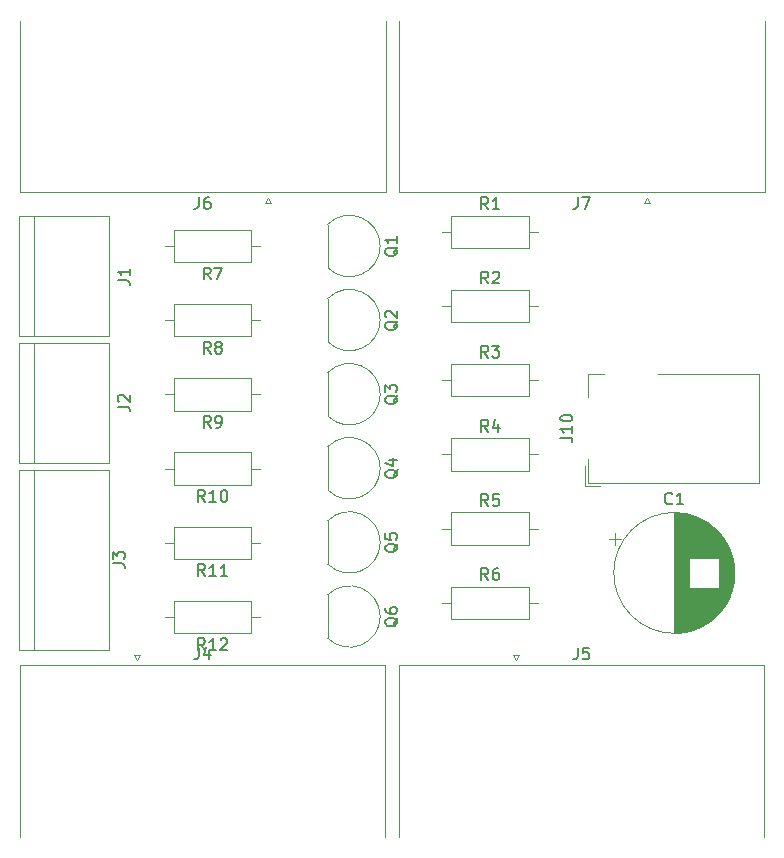
<source format=gbr>
%TF.GenerationSoftware,KiCad,Pcbnew,(6.0.4)*%
%TF.CreationDate,2024-03-20T13:54:59+01:00*%
%TF.ProjectId,Big7segDisplayDrv,42696737-7365-4674-9469-73706c617944,rev?*%
%TF.SameCoordinates,Original*%
%TF.FileFunction,Legend,Top*%
%TF.FilePolarity,Positive*%
%FSLAX46Y46*%
G04 Gerber Fmt 4.6, Leading zero omitted, Abs format (unit mm)*
G04 Created by KiCad (PCBNEW (6.0.4)) date 2024-03-20 13:54:59*
%MOMM*%
%LPD*%
G01*
G04 APERTURE LIST*
%ADD10C,0.150000*%
%ADD11C,0.120000*%
G04 APERTURE END LIST*
D10*
%TO.C,J6*%
X119176666Y-80782711D02*
X119176666Y-81496997D01*
X119129047Y-81639854D01*
X119033809Y-81735092D01*
X118890952Y-81782711D01*
X118795714Y-81782711D01*
X120081428Y-80782711D02*
X119890952Y-80782711D01*
X119795714Y-80830331D01*
X119748095Y-80877950D01*
X119652857Y-81020807D01*
X119605238Y-81211283D01*
X119605238Y-81592235D01*
X119652857Y-81687473D01*
X119700476Y-81735092D01*
X119795714Y-81782711D01*
X119986190Y-81782711D01*
X120081428Y-81735092D01*
X120129047Y-81687473D01*
X120176666Y-81592235D01*
X120176666Y-81354140D01*
X120129047Y-81258902D01*
X120081428Y-81211283D01*
X119986190Y-81163664D01*
X119795714Y-81163664D01*
X119700476Y-81211283D01*
X119652857Y-81258902D01*
X119605238Y-81354140D01*
%TO.C,Q1*%
X136047619Y-85021238D02*
X136000000Y-85116476D01*
X135904761Y-85211714D01*
X135761904Y-85354571D01*
X135714285Y-85449809D01*
X135714285Y-85545047D01*
X135952380Y-85497428D02*
X135904761Y-85592666D01*
X135809523Y-85687904D01*
X135619047Y-85735523D01*
X135285714Y-85735523D01*
X135095238Y-85687904D01*
X135000000Y-85592666D01*
X134952380Y-85497428D01*
X134952380Y-85306952D01*
X135000000Y-85211714D01*
X135095238Y-85116476D01*
X135285714Y-85068857D01*
X135619047Y-85068857D01*
X135809523Y-85116476D01*
X135904761Y-85211714D01*
X135952380Y-85306952D01*
X135952380Y-85497428D01*
X135952380Y-84116476D02*
X135952380Y-84687904D01*
X135952380Y-84402190D02*
X134952380Y-84402190D01*
X135095238Y-84497428D01*
X135190476Y-84592666D01*
X135238095Y-84687904D01*
%TO.C,J7*%
X151276666Y-80782711D02*
X151276666Y-81496997D01*
X151229047Y-81639854D01*
X151133809Y-81735092D01*
X150990952Y-81782711D01*
X150895714Y-81782711D01*
X151657619Y-80782711D02*
X152324285Y-80782711D01*
X151895714Y-81782711D01*
%TO.C,J10*%
X149802380Y-101159523D02*
X150516666Y-101159523D01*
X150659523Y-101207142D01*
X150754761Y-101302380D01*
X150802380Y-101445238D01*
X150802380Y-101540476D01*
X150802380Y-100159523D02*
X150802380Y-100730952D01*
X150802380Y-100445238D02*
X149802380Y-100445238D01*
X149945238Y-100540476D01*
X150040476Y-100635714D01*
X150088095Y-100730952D01*
X149802380Y-99540476D02*
X149802380Y-99445238D01*
X149850000Y-99350000D01*
X149897619Y-99302380D01*
X149992857Y-99254761D01*
X150183333Y-99207142D01*
X150421428Y-99207142D01*
X150611904Y-99254761D01*
X150707142Y-99302380D01*
X150754761Y-99350000D01*
X150802380Y-99445238D01*
X150802380Y-99540476D01*
X150754761Y-99635714D01*
X150707142Y-99683333D01*
X150611904Y-99730952D01*
X150421428Y-99778571D01*
X150183333Y-99778571D01*
X149992857Y-99730952D01*
X149897619Y-99683333D01*
X149850000Y-99635714D01*
X149802380Y-99540476D01*
%TO.C,Q5*%
X136047619Y-110117238D02*
X136000000Y-110212476D01*
X135904761Y-110307714D01*
X135761904Y-110450571D01*
X135714285Y-110545809D01*
X135714285Y-110641047D01*
X135952380Y-110593428D02*
X135904761Y-110688666D01*
X135809523Y-110783904D01*
X135619047Y-110831523D01*
X135285714Y-110831523D01*
X135095238Y-110783904D01*
X135000000Y-110688666D01*
X134952380Y-110593428D01*
X134952380Y-110402952D01*
X135000000Y-110307714D01*
X135095238Y-110212476D01*
X135285714Y-110164857D01*
X135619047Y-110164857D01*
X135809523Y-110212476D01*
X135904761Y-110307714D01*
X135952380Y-110402952D01*
X135952380Y-110593428D01*
X134952380Y-109260095D02*
X134952380Y-109736285D01*
X135428571Y-109783904D01*
X135380952Y-109736285D01*
X135333333Y-109641047D01*
X135333333Y-109402952D01*
X135380952Y-109307714D01*
X135428571Y-109260095D01*
X135523809Y-109212476D01*
X135761904Y-109212476D01*
X135857142Y-109260095D01*
X135904761Y-109307714D01*
X135952380Y-109402952D01*
X135952380Y-109641047D01*
X135904761Y-109736285D01*
X135857142Y-109783904D01*
%TO.C,C1*%
X159265656Y-106707142D02*
X159218037Y-106754761D01*
X159075180Y-106802380D01*
X158979942Y-106802380D01*
X158837084Y-106754761D01*
X158741846Y-106659523D01*
X158694227Y-106564285D01*
X158646608Y-106373809D01*
X158646608Y-106230952D01*
X158694227Y-106040476D01*
X158741846Y-105945238D01*
X158837084Y-105850000D01*
X158979942Y-105802380D01*
X159075180Y-105802380D01*
X159218037Y-105850000D01*
X159265656Y-105897619D01*
X160218037Y-106802380D02*
X159646608Y-106802380D01*
X159932323Y-106802380D02*
X159932323Y-105802380D01*
X159837084Y-105945238D01*
X159741846Y-106040476D01*
X159646608Y-106088095D01*
%TO.C,R3*%
X143673333Y-94368380D02*
X143340000Y-93892190D01*
X143101904Y-94368380D02*
X143101904Y-93368380D01*
X143482857Y-93368380D01*
X143578095Y-93416000D01*
X143625714Y-93463619D01*
X143673333Y-93558857D01*
X143673333Y-93701714D01*
X143625714Y-93796952D01*
X143578095Y-93844571D01*
X143482857Y-93892190D01*
X143101904Y-93892190D01*
X144006666Y-93368380D02*
X144625714Y-93368380D01*
X144292380Y-93749333D01*
X144435238Y-93749333D01*
X144530476Y-93796952D01*
X144578095Y-93844571D01*
X144625714Y-93939809D01*
X144625714Y-94177904D01*
X144578095Y-94273142D01*
X144530476Y-94320761D01*
X144435238Y-94368380D01*
X144149523Y-94368380D01*
X144054285Y-94320761D01*
X144006666Y-94273142D01*
%TO.C,J2*%
X112332380Y-98533333D02*
X113046666Y-98533333D01*
X113189523Y-98580952D01*
X113284761Y-98676190D01*
X113332380Y-98819047D01*
X113332380Y-98914285D01*
X112427619Y-98104761D02*
X112380000Y-98057142D01*
X112332380Y-97961904D01*
X112332380Y-97723809D01*
X112380000Y-97628571D01*
X112427619Y-97580952D01*
X112522857Y-97533333D01*
X112618095Y-97533333D01*
X112760952Y-97580952D01*
X113332380Y-98152380D01*
X113332380Y-97533333D01*
%TO.C,Q2*%
X136047619Y-91295238D02*
X136000000Y-91390476D01*
X135904761Y-91485714D01*
X135761904Y-91628571D01*
X135714285Y-91723809D01*
X135714285Y-91819047D01*
X135952380Y-91771428D02*
X135904761Y-91866666D01*
X135809523Y-91961904D01*
X135619047Y-92009523D01*
X135285714Y-92009523D01*
X135095238Y-91961904D01*
X135000000Y-91866666D01*
X134952380Y-91771428D01*
X134952380Y-91580952D01*
X135000000Y-91485714D01*
X135095238Y-91390476D01*
X135285714Y-91342857D01*
X135619047Y-91342857D01*
X135809523Y-91390476D01*
X135904761Y-91485714D01*
X135952380Y-91580952D01*
X135952380Y-91771428D01*
X135047619Y-90961904D02*
X135000000Y-90914285D01*
X134952380Y-90819047D01*
X134952380Y-90580952D01*
X135000000Y-90485714D01*
X135047619Y-90438095D01*
X135142857Y-90390476D01*
X135238095Y-90390476D01*
X135380952Y-90438095D01*
X135952380Y-91009523D01*
X135952380Y-90390476D01*
%TO.C,Q4*%
X136047619Y-103843238D02*
X136000000Y-103938476D01*
X135904761Y-104033714D01*
X135761904Y-104176571D01*
X135714285Y-104271809D01*
X135714285Y-104367047D01*
X135952380Y-104319428D02*
X135904761Y-104414666D01*
X135809523Y-104509904D01*
X135619047Y-104557523D01*
X135285714Y-104557523D01*
X135095238Y-104509904D01*
X135000000Y-104414666D01*
X134952380Y-104319428D01*
X134952380Y-104128952D01*
X135000000Y-104033714D01*
X135095238Y-103938476D01*
X135285714Y-103890857D01*
X135619047Y-103890857D01*
X135809523Y-103938476D01*
X135904761Y-104033714D01*
X135952380Y-104128952D01*
X135952380Y-104319428D01*
X135285714Y-103033714D02*
X135952380Y-103033714D01*
X134904761Y-103271809D02*
X135619047Y-103509904D01*
X135619047Y-102890857D01*
%TO.C,R9*%
X120173333Y-100308380D02*
X119840000Y-99832190D01*
X119601904Y-100308380D02*
X119601904Y-99308380D01*
X119982857Y-99308380D01*
X120078095Y-99356000D01*
X120125714Y-99403619D01*
X120173333Y-99498857D01*
X120173333Y-99641714D01*
X120125714Y-99736952D01*
X120078095Y-99784571D01*
X119982857Y-99832190D01*
X119601904Y-99832190D01*
X120649523Y-100308380D02*
X120840000Y-100308380D01*
X120935238Y-100260761D01*
X120982857Y-100213142D01*
X121078095Y-100070285D01*
X121125714Y-99879809D01*
X121125714Y-99498857D01*
X121078095Y-99403619D01*
X121030476Y-99356000D01*
X120935238Y-99308380D01*
X120744761Y-99308380D01*
X120649523Y-99356000D01*
X120601904Y-99403619D01*
X120554285Y-99498857D01*
X120554285Y-99736952D01*
X120601904Y-99832190D01*
X120649523Y-99879809D01*
X120744761Y-99927428D01*
X120935238Y-99927428D01*
X121030476Y-99879809D01*
X121078095Y-99832190D01*
X121125714Y-99736952D01*
%TO.C,R1*%
X143673333Y-81808380D02*
X143340000Y-81332190D01*
X143101904Y-81808380D02*
X143101904Y-80808380D01*
X143482857Y-80808380D01*
X143578095Y-80856000D01*
X143625714Y-80903619D01*
X143673333Y-80998857D01*
X143673333Y-81141714D01*
X143625714Y-81236952D01*
X143578095Y-81284571D01*
X143482857Y-81332190D01*
X143101904Y-81332190D01*
X144625714Y-81808380D02*
X144054285Y-81808380D01*
X144340000Y-81808380D02*
X144340000Y-80808380D01*
X144244761Y-80951238D01*
X144149523Y-81046476D01*
X144054285Y-81094095D01*
%TO.C,R2*%
X143673333Y-88088380D02*
X143340000Y-87612190D01*
X143101904Y-88088380D02*
X143101904Y-87088380D01*
X143482857Y-87088380D01*
X143578095Y-87136000D01*
X143625714Y-87183619D01*
X143673333Y-87278857D01*
X143673333Y-87421714D01*
X143625714Y-87516952D01*
X143578095Y-87564571D01*
X143482857Y-87612190D01*
X143101904Y-87612190D01*
X144054285Y-87183619D02*
X144101904Y-87136000D01*
X144197142Y-87088380D01*
X144435238Y-87088380D01*
X144530476Y-87136000D01*
X144578095Y-87183619D01*
X144625714Y-87278857D01*
X144625714Y-87374095D01*
X144578095Y-87516952D01*
X144006666Y-88088380D01*
X144625714Y-88088380D01*
%TO.C,J4*%
X119156666Y-118922049D02*
X119156666Y-119636335D01*
X119109047Y-119779192D01*
X119013809Y-119874430D01*
X118870952Y-119922049D01*
X118775714Y-119922049D01*
X120061428Y-119255383D02*
X120061428Y-119922049D01*
X119823333Y-118874430D02*
X119585238Y-119588716D01*
X120204285Y-119588716D01*
%TO.C,R8*%
X120173333Y-94028380D02*
X119840000Y-93552190D01*
X119601904Y-94028380D02*
X119601904Y-93028380D01*
X119982857Y-93028380D01*
X120078095Y-93076000D01*
X120125714Y-93123619D01*
X120173333Y-93218857D01*
X120173333Y-93361714D01*
X120125714Y-93456952D01*
X120078095Y-93504571D01*
X119982857Y-93552190D01*
X119601904Y-93552190D01*
X120744761Y-93456952D02*
X120649523Y-93409333D01*
X120601904Y-93361714D01*
X120554285Y-93266476D01*
X120554285Y-93218857D01*
X120601904Y-93123619D01*
X120649523Y-93076000D01*
X120744761Y-93028380D01*
X120935238Y-93028380D01*
X121030476Y-93076000D01*
X121078095Y-93123619D01*
X121125714Y-93218857D01*
X121125714Y-93266476D01*
X121078095Y-93361714D01*
X121030476Y-93409333D01*
X120935238Y-93456952D01*
X120744761Y-93456952D01*
X120649523Y-93504571D01*
X120601904Y-93552190D01*
X120554285Y-93647428D01*
X120554285Y-93837904D01*
X120601904Y-93933142D01*
X120649523Y-93980761D01*
X120744761Y-94028380D01*
X120935238Y-94028380D01*
X121030476Y-93980761D01*
X121078095Y-93933142D01*
X121125714Y-93837904D01*
X121125714Y-93647428D01*
X121078095Y-93552190D01*
X121030476Y-93504571D01*
X120935238Y-93456952D01*
%TO.C,R4*%
X143673333Y-100648380D02*
X143340000Y-100172190D01*
X143101904Y-100648380D02*
X143101904Y-99648380D01*
X143482857Y-99648380D01*
X143578095Y-99696000D01*
X143625714Y-99743619D01*
X143673333Y-99838857D01*
X143673333Y-99981714D01*
X143625714Y-100076952D01*
X143578095Y-100124571D01*
X143482857Y-100172190D01*
X143101904Y-100172190D01*
X144530476Y-99981714D02*
X144530476Y-100648380D01*
X144292380Y-99600761D02*
X144054285Y-100315047D01*
X144673333Y-100315047D01*
%TO.C,Q6*%
X136047619Y-116391238D02*
X136000000Y-116486476D01*
X135904761Y-116581714D01*
X135761904Y-116724571D01*
X135714285Y-116819809D01*
X135714285Y-116915047D01*
X135952380Y-116867428D02*
X135904761Y-116962666D01*
X135809523Y-117057904D01*
X135619047Y-117105523D01*
X135285714Y-117105523D01*
X135095238Y-117057904D01*
X135000000Y-116962666D01*
X134952380Y-116867428D01*
X134952380Y-116676952D01*
X135000000Y-116581714D01*
X135095238Y-116486476D01*
X135285714Y-116438857D01*
X135619047Y-116438857D01*
X135809523Y-116486476D01*
X135904761Y-116581714D01*
X135952380Y-116676952D01*
X135952380Y-116867428D01*
X134952380Y-115581714D02*
X134952380Y-115772190D01*
X135000000Y-115867428D01*
X135047619Y-115915047D01*
X135190476Y-116010285D01*
X135380952Y-116057904D01*
X135761904Y-116057904D01*
X135857142Y-116010285D01*
X135904761Y-115962666D01*
X135952380Y-115867428D01*
X135952380Y-115676952D01*
X135904761Y-115581714D01*
X135857142Y-115534095D01*
X135761904Y-115486476D01*
X135523809Y-115486476D01*
X135428571Y-115534095D01*
X135380952Y-115581714D01*
X135333333Y-115676952D01*
X135333333Y-115867428D01*
X135380952Y-115962666D01*
X135428571Y-116010285D01*
X135523809Y-116057904D01*
%TO.C,R10*%
X119697142Y-106588380D02*
X119363809Y-106112190D01*
X119125714Y-106588380D02*
X119125714Y-105588380D01*
X119506666Y-105588380D01*
X119601904Y-105636000D01*
X119649523Y-105683619D01*
X119697142Y-105778857D01*
X119697142Y-105921714D01*
X119649523Y-106016952D01*
X119601904Y-106064571D01*
X119506666Y-106112190D01*
X119125714Y-106112190D01*
X120649523Y-106588380D02*
X120078095Y-106588380D01*
X120363809Y-106588380D02*
X120363809Y-105588380D01*
X120268571Y-105731238D01*
X120173333Y-105826476D01*
X120078095Y-105874095D01*
X121268571Y-105588380D02*
X121363809Y-105588380D01*
X121459047Y-105636000D01*
X121506666Y-105683619D01*
X121554285Y-105778857D01*
X121601904Y-105969333D01*
X121601904Y-106207428D01*
X121554285Y-106397904D01*
X121506666Y-106493142D01*
X121459047Y-106540761D01*
X121363809Y-106588380D01*
X121268571Y-106588380D01*
X121173333Y-106540761D01*
X121125714Y-106493142D01*
X121078095Y-106397904D01*
X121030476Y-106207428D01*
X121030476Y-105969333D01*
X121078095Y-105778857D01*
X121125714Y-105683619D01*
X121173333Y-105636000D01*
X121268571Y-105588380D01*
%TO.C,R12*%
X119697142Y-119148380D02*
X119363809Y-118672190D01*
X119125714Y-119148380D02*
X119125714Y-118148380D01*
X119506666Y-118148380D01*
X119601904Y-118196000D01*
X119649523Y-118243619D01*
X119697142Y-118338857D01*
X119697142Y-118481714D01*
X119649523Y-118576952D01*
X119601904Y-118624571D01*
X119506666Y-118672190D01*
X119125714Y-118672190D01*
X120649523Y-119148380D02*
X120078095Y-119148380D01*
X120363809Y-119148380D02*
X120363809Y-118148380D01*
X120268571Y-118291238D01*
X120173333Y-118386476D01*
X120078095Y-118434095D01*
X121030476Y-118243619D02*
X121078095Y-118196000D01*
X121173333Y-118148380D01*
X121411428Y-118148380D01*
X121506666Y-118196000D01*
X121554285Y-118243619D01*
X121601904Y-118338857D01*
X121601904Y-118434095D01*
X121554285Y-118576952D01*
X120982857Y-119148380D01*
X121601904Y-119148380D01*
%TO.C,R7*%
X120173333Y-87748380D02*
X119840000Y-87272190D01*
X119601904Y-87748380D02*
X119601904Y-86748380D01*
X119982857Y-86748380D01*
X120078095Y-86796000D01*
X120125714Y-86843619D01*
X120173333Y-86938857D01*
X120173333Y-87081714D01*
X120125714Y-87176952D01*
X120078095Y-87224571D01*
X119982857Y-87272190D01*
X119601904Y-87272190D01*
X120506666Y-86748380D02*
X121173333Y-86748380D01*
X120744761Y-87748380D01*
%TO.C,J5*%
X151256666Y-118922049D02*
X151256666Y-119636335D01*
X151209047Y-119779192D01*
X151113809Y-119874430D01*
X150970952Y-119922049D01*
X150875714Y-119922049D01*
X152209047Y-118922049D02*
X151732857Y-118922049D01*
X151685238Y-119398240D01*
X151732857Y-119350621D01*
X151828095Y-119303002D01*
X152066190Y-119303002D01*
X152161428Y-119350621D01*
X152209047Y-119398240D01*
X152256666Y-119493478D01*
X152256666Y-119731573D01*
X152209047Y-119826811D01*
X152161428Y-119874430D01*
X152066190Y-119922049D01*
X151828095Y-119922049D01*
X151732857Y-119874430D01*
X151685238Y-119826811D01*
%TO.C,R6*%
X143673333Y-113208380D02*
X143340000Y-112732190D01*
X143101904Y-113208380D02*
X143101904Y-112208380D01*
X143482857Y-112208380D01*
X143578095Y-112256000D01*
X143625714Y-112303619D01*
X143673333Y-112398857D01*
X143673333Y-112541714D01*
X143625714Y-112636952D01*
X143578095Y-112684571D01*
X143482857Y-112732190D01*
X143101904Y-112732190D01*
X144530476Y-112208380D02*
X144340000Y-112208380D01*
X144244761Y-112256000D01*
X144197142Y-112303619D01*
X144101904Y-112446476D01*
X144054285Y-112636952D01*
X144054285Y-113017904D01*
X144101904Y-113113142D01*
X144149523Y-113160761D01*
X144244761Y-113208380D01*
X144435238Y-113208380D01*
X144530476Y-113160761D01*
X144578095Y-113113142D01*
X144625714Y-113017904D01*
X144625714Y-112779809D01*
X144578095Y-112684571D01*
X144530476Y-112636952D01*
X144435238Y-112589333D01*
X144244761Y-112589333D01*
X144149523Y-112636952D01*
X144101904Y-112684571D01*
X144054285Y-112779809D01*
%TO.C,R5*%
X143673333Y-106928380D02*
X143340000Y-106452190D01*
X143101904Y-106928380D02*
X143101904Y-105928380D01*
X143482857Y-105928380D01*
X143578095Y-105976000D01*
X143625714Y-106023619D01*
X143673333Y-106118857D01*
X143673333Y-106261714D01*
X143625714Y-106356952D01*
X143578095Y-106404571D01*
X143482857Y-106452190D01*
X143101904Y-106452190D01*
X144578095Y-105928380D02*
X144101904Y-105928380D01*
X144054285Y-106404571D01*
X144101904Y-106356952D01*
X144197142Y-106309333D01*
X144435238Y-106309333D01*
X144530476Y-106356952D01*
X144578095Y-106404571D01*
X144625714Y-106499809D01*
X144625714Y-106737904D01*
X144578095Y-106833142D01*
X144530476Y-106880761D01*
X144435238Y-106928380D01*
X144197142Y-106928380D01*
X144101904Y-106880761D01*
X144054285Y-106833142D01*
%TO.C,R11*%
X119697142Y-112868380D02*
X119363809Y-112392190D01*
X119125714Y-112868380D02*
X119125714Y-111868380D01*
X119506666Y-111868380D01*
X119601904Y-111916000D01*
X119649523Y-111963619D01*
X119697142Y-112058857D01*
X119697142Y-112201714D01*
X119649523Y-112296952D01*
X119601904Y-112344571D01*
X119506666Y-112392190D01*
X119125714Y-112392190D01*
X120649523Y-112868380D02*
X120078095Y-112868380D01*
X120363809Y-112868380D02*
X120363809Y-111868380D01*
X120268571Y-112011238D01*
X120173333Y-112106476D01*
X120078095Y-112154095D01*
X121601904Y-112868380D02*
X121030476Y-112868380D01*
X121316190Y-112868380D02*
X121316190Y-111868380D01*
X121220952Y-112011238D01*
X121125714Y-112106476D01*
X121030476Y-112154095D01*
%TO.C,Q3*%
X136047619Y-97569238D02*
X136000000Y-97664476D01*
X135904761Y-97759714D01*
X135761904Y-97902571D01*
X135714285Y-97997809D01*
X135714285Y-98093047D01*
X135952380Y-98045428D02*
X135904761Y-98140666D01*
X135809523Y-98235904D01*
X135619047Y-98283523D01*
X135285714Y-98283523D01*
X135095238Y-98235904D01*
X135000000Y-98140666D01*
X134952380Y-98045428D01*
X134952380Y-97854952D01*
X135000000Y-97759714D01*
X135095238Y-97664476D01*
X135285714Y-97616857D01*
X135619047Y-97616857D01*
X135809523Y-97664476D01*
X135904761Y-97759714D01*
X135952380Y-97854952D01*
X135952380Y-98045428D01*
X134952380Y-97283523D02*
X134952380Y-96664476D01*
X135333333Y-96997809D01*
X135333333Y-96854952D01*
X135380952Y-96759714D01*
X135428571Y-96712095D01*
X135523809Y-96664476D01*
X135761904Y-96664476D01*
X135857142Y-96712095D01*
X135904761Y-96759714D01*
X135952380Y-96854952D01*
X135952380Y-97140666D01*
X135904761Y-97235904D01*
X135857142Y-97283523D01*
%TO.C,J1*%
X112332380Y-87833333D02*
X113046666Y-87833333D01*
X113189523Y-87880952D01*
X113284761Y-87976190D01*
X113332380Y-88119047D01*
X113332380Y-88214285D01*
X113332380Y-86833333D02*
X113332380Y-87404761D01*
X113332380Y-87119047D02*
X112332380Y-87119047D01*
X112475238Y-87214285D01*
X112570476Y-87309523D01*
X112618095Y-87404761D01*
%TO.C,J3*%
X111902380Y-111803333D02*
X112616666Y-111803333D01*
X112759523Y-111850952D01*
X112854761Y-111946190D01*
X112902380Y-112089047D01*
X112902380Y-112184285D01*
X111902380Y-111422380D02*
X111902380Y-110803333D01*
X112283333Y-111136666D01*
X112283333Y-110993809D01*
X112330952Y-110898571D01*
X112378571Y-110850952D01*
X112473809Y-110803333D01*
X112711904Y-110803333D01*
X112807142Y-110850952D01*
X112854761Y-110898571D01*
X112902380Y-110993809D01*
X112902380Y-111279523D01*
X112854761Y-111374761D01*
X112807142Y-111422380D01*
D11*
%TO.C,J6*%
X134995000Y-65850331D02*
X134995000Y-80390331D01*
X125300000Y-81284669D02*
X124800000Y-81284669D01*
X104025000Y-80390331D02*
X104025000Y-65850331D01*
X134995000Y-80390331D02*
X104025000Y-80390331D01*
X124800000Y-81284669D02*
X125050000Y-80851656D01*
X125050000Y-80851656D02*
X125300000Y-81284669D01*
%TO.C,Q1*%
X130090000Y-83126000D02*
X130090000Y-86726000D01*
X130101522Y-86764478D02*
G75*
G03*
X134540000Y-84926000I1838478J1838478D01*
G01*
X134540001Y-84926000D02*
G75*
G03*
X130101522Y-83087522I-2600001J0D01*
G01*
%TO.C,J7*%
X157150000Y-80851656D02*
X157400000Y-81284669D01*
X167095000Y-65850331D02*
X167095000Y-80390331D01*
X136125000Y-80390331D02*
X136125000Y-65850331D01*
X156900000Y-81284669D02*
X157150000Y-80851656D01*
X157400000Y-81284669D02*
X156900000Y-81284669D01*
X167095000Y-80390331D02*
X136125000Y-80390331D01*
%TO.C,J10*%
X158050000Y-95750000D02*
X166650000Y-95750000D01*
X151850000Y-103550000D02*
X151850000Y-105250000D01*
X166650000Y-104950000D02*
X152150000Y-104950000D01*
X152150000Y-104950000D02*
X152150000Y-102950000D01*
X152150000Y-95750000D02*
X153450000Y-95750000D01*
X152150000Y-97750000D02*
X152150000Y-95750000D01*
X151850000Y-105250000D02*
X153150000Y-105250000D01*
X166650000Y-95750000D02*
X166650000Y-104950000D01*
%TO.C,Q5*%
X130090000Y-108222000D02*
X130090000Y-111822000D01*
X134540001Y-110022000D02*
G75*
G03*
X130101522Y-108183522I-2600001J0D01*
G01*
X130101522Y-111860478D02*
G75*
G03*
X134540000Y-110022000I1838478J1838478D01*
G01*
%TO.C,C1*%
X162593323Y-108611000D02*
X162593323Y-111359000D01*
X161553323Y-113841000D02*
X161553323Y-117221000D01*
X161473323Y-107943000D02*
X161473323Y-111359000D01*
X153952677Y-109725000D02*
X154952677Y-109725000D01*
X161113323Y-113841000D02*
X161113323Y-117397000D01*
X161393323Y-113841000D02*
X161393323Y-117290000D01*
X163273323Y-109253000D02*
X163273323Y-115947000D01*
X160993323Y-113841000D02*
X160993323Y-117437000D01*
X159632323Y-107523000D02*
X159632323Y-117677000D01*
X161673323Y-108036000D02*
X161673323Y-111359000D01*
X160633323Y-107662000D02*
X160633323Y-117538000D01*
X164073323Y-110475000D02*
X164073323Y-114725000D01*
X163233323Y-109208000D02*
X163233323Y-115992000D01*
X163073323Y-113841000D02*
X163073323Y-116161000D01*
X162033323Y-108229000D02*
X162033323Y-111359000D01*
X162593323Y-113841000D02*
X162593323Y-116589000D01*
X160553323Y-107644000D02*
X160553323Y-117556000D01*
X160473323Y-107626000D02*
X160473323Y-117574000D01*
X162193323Y-113841000D02*
X162193323Y-116873000D01*
X161593323Y-113841000D02*
X161593323Y-117203000D01*
X161753323Y-113841000D02*
X161753323Y-117125000D01*
X162993323Y-108960000D02*
X162993323Y-111359000D01*
X161473323Y-113841000D02*
X161473323Y-117257000D01*
X160673323Y-107672000D02*
X160673323Y-117528000D01*
X159912323Y-107542000D02*
X159912323Y-117658000D01*
X160072323Y-107560000D02*
X160072323Y-117640000D01*
X162473323Y-108520000D02*
X162473323Y-111359000D01*
X160753323Y-113841000D02*
X160753323Y-117507000D01*
X159712323Y-107527000D02*
X159712323Y-117673000D01*
X161273323Y-113841000D02*
X161273323Y-117338000D01*
X159752323Y-107530000D02*
X159752323Y-117670000D01*
X163553323Y-109600000D02*
X163553323Y-115600000D01*
X162473323Y-113841000D02*
X162473323Y-116680000D01*
X163433323Y-109444000D02*
X163433323Y-115756000D01*
X163873323Y-110090000D02*
X163873323Y-115110000D01*
X163073323Y-109039000D02*
X163073323Y-111359000D01*
X161913323Y-108160000D02*
X161913323Y-111359000D01*
X159992323Y-107550000D02*
X159992323Y-117650000D01*
X162113323Y-113841000D02*
X162113323Y-116923000D01*
X161153323Y-107817000D02*
X161153323Y-111359000D01*
X163793323Y-109955000D02*
X163793323Y-115245000D01*
X162913323Y-113841000D02*
X162913323Y-116316000D01*
X162113323Y-108277000D02*
X162113323Y-111359000D01*
X162833323Y-108811000D02*
X162833323Y-111359000D01*
X163393323Y-109394000D02*
X163393323Y-115806000D01*
X163353323Y-109346000D02*
X163353323Y-115854000D01*
X160032323Y-107555000D02*
X160032323Y-117645000D01*
X162753323Y-108742000D02*
X162753323Y-111359000D01*
X160793323Y-113841000D02*
X160793323Y-117497000D01*
X160233323Y-107582000D02*
X160233323Y-117618000D01*
X161313323Y-107877000D02*
X161313323Y-111359000D01*
X164153323Y-110656000D02*
X164153323Y-114544000D01*
X160393323Y-107610000D02*
X160393323Y-117590000D01*
X161593323Y-107997000D02*
X161593323Y-111359000D01*
X160953323Y-113841000D02*
X160953323Y-117450000D01*
X164273323Y-110970000D02*
X164273323Y-114230000D01*
X162513323Y-113841000D02*
X162513323Y-116650000D01*
X162273323Y-113841000D02*
X162273323Y-116821000D01*
X162313323Y-108406000D02*
X162313323Y-111359000D01*
X161233323Y-113841000D02*
X161233323Y-117354000D01*
X159552323Y-107521000D02*
X159552323Y-117679000D01*
X161953323Y-108183000D02*
X161953323Y-111359000D01*
X162793323Y-113841000D02*
X162793323Y-116424000D01*
X163953323Y-110235000D02*
X163953323Y-114965000D01*
X161633323Y-108016000D02*
X161633323Y-111359000D01*
X163313323Y-109299000D02*
X163313323Y-115901000D01*
X163673323Y-109770000D02*
X163673323Y-115430000D01*
X163033323Y-108999000D02*
X163033323Y-111359000D01*
X163513323Y-109546000D02*
X163513323Y-115654000D01*
X161233323Y-107846000D02*
X161233323Y-111359000D01*
X162553323Y-108580000D02*
X162553323Y-111359000D01*
X163153323Y-113841000D02*
X163153323Y-116078000D01*
X160953323Y-107750000D02*
X160953323Y-111359000D01*
X161993323Y-108205000D02*
X161993323Y-111359000D01*
X161713323Y-108055000D02*
X161713323Y-111359000D01*
X164193323Y-110754000D02*
X164193323Y-114446000D01*
X160833323Y-107715000D02*
X160833323Y-111359000D01*
X162993323Y-113841000D02*
X162993323Y-116240000D01*
X162273323Y-108379000D02*
X162273323Y-111359000D01*
X163913323Y-110161000D02*
X163913323Y-115039000D01*
X160713323Y-113841000D02*
X160713323Y-117518000D01*
X163473323Y-109494000D02*
X163473323Y-115706000D01*
X164113323Y-110563000D02*
X164113323Y-114637000D01*
X162953323Y-108921000D02*
X162953323Y-111359000D01*
X162353323Y-108434000D02*
X162353323Y-111359000D01*
X162193323Y-108327000D02*
X162193323Y-111359000D01*
X161193323Y-107832000D02*
X161193323Y-111359000D01*
X160153323Y-107570000D02*
X160153323Y-117630000D01*
X161793323Y-113841000D02*
X161793323Y-117104000D01*
X161793323Y-108096000D02*
X161793323Y-111359000D01*
X164353323Y-111222000D02*
X164353323Y-113978000D01*
X163753323Y-109891000D02*
X163753323Y-115309000D01*
X160913323Y-107738000D02*
X160913323Y-111359000D01*
X160313323Y-107596000D02*
X160313323Y-117604000D01*
X161993323Y-113841000D02*
X161993323Y-116995000D01*
X161913323Y-113841000D02*
X161913323Y-117040000D01*
X159432323Y-107520000D02*
X159432323Y-117680000D01*
X161673323Y-113841000D02*
X161673323Y-117164000D01*
X162433323Y-108490000D02*
X162433323Y-111359000D01*
X161033323Y-107776000D02*
X161033323Y-111359000D01*
X162753323Y-113841000D02*
X162753323Y-116458000D01*
X160993323Y-107763000D02*
X160993323Y-111359000D01*
X164473323Y-111738000D02*
X164473323Y-113462000D01*
X160193323Y-107576000D02*
X160193323Y-117624000D01*
X162353323Y-113841000D02*
X162353323Y-116766000D01*
X161153323Y-113841000D02*
X161153323Y-117383000D01*
X161033323Y-113841000D02*
X161033323Y-117424000D01*
X162673323Y-113841000D02*
X162673323Y-116525000D01*
X162793323Y-108776000D02*
X162793323Y-111359000D01*
X159872323Y-107538000D02*
X159872323Y-117662000D01*
X161873323Y-113841000D02*
X161873323Y-117062000D01*
X161953323Y-113841000D02*
X161953323Y-117017000D01*
X161353323Y-107893000D02*
X161353323Y-111359000D01*
X161753323Y-108075000D02*
X161753323Y-111359000D01*
X163833323Y-110021000D02*
X163833323Y-115179000D01*
X164393323Y-111370000D02*
X164393323Y-113830000D01*
X161833323Y-108117000D02*
X161833323Y-111359000D01*
X159672323Y-107525000D02*
X159672323Y-117675000D01*
X160793323Y-107703000D02*
X160793323Y-111359000D01*
X159792323Y-107532000D02*
X159792323Y-117668000D01*
X161633323Y-113841000D02*
X161633323Y-117184000D01*
X160433323Y-107618000D02*
X160433323Y-117582000D01*
X162713323Y-108708000D02*
X162713323Y-111359000D01*
X163193323Y-109164000D02*
X163193323Y-116036000D01*
X162033323Y-113841000D02*
X162033323Y-116971000D01*
X160873323Y-107726000D02*
X160873323Y-111359000D01*
X162153323Y-113841000D02*
X162153323Y-116898000D01*
X161313323Y-113841000D02*
X161313323Y-117323000D01*
X162433323Y-113841000D02*
X162433323Y-116710000D01*
X162153323Y-108302000D02*
X162153323Y-111359000D01*
X160593323Y-107653000D02*
X160593323Y-117547000D01*
X159952323Y-107546000D02*
X159952323Y-117654000D01*
X160753323Y-107693000D02*
X160753323Y-111359000D01*
X162073323Y-108253000D02*
X162073323Y-111359000D01*
X161833323Y-113841000D02*
X161833323Y-117083000D01*
X162233323Y-108353000D02*
X162233323Y-111359000D01*
X162313323Y-113841000D02*
X162313323Y-116794000D01*
X160273323Y-107589000D02*
X160273323Y-117611000D01*
X160913323Y-113841000D02*
X160913323Y-117462000D01*
X159472323Y-107520000D02*
X159472323Y-117680000D01*
X163713323Y-109830000D02*
X163713323Y-115370000D01*
X161113323Y-107803000D02*
X161113323Y-111359000D01*
X162673323Y-108675000D02*
X162673323Y-111359000D01*
X164433323Y-111538000D02*
X164433323Y-113662000D01*
X162633323Y-108643000D02*
X162633323Y-111359000D01*
X164233323Y-110858000D02*
X164233323Y-114342000D01*
X163033323Y-113841000D02*
X163033323Y-116201000D01*
X162393323Y-113841000D02*
X162393323Y-116738000D01*
X162633323Y-113841000D02*
X162633323Y-116557000D01*
X161513323Y-107961000D02*
X161513323Y-111359000D01*
X163113323Y-109080000D02*
X163113323Y-111359000D01*
X161433323Y-113841000D02*
X161433323Y-117274000D01*
X164033323Y-110391000D02*
X164033323Y-114809000D01*
X163593323Y-109655000D02*
X163593323Y-115545000D01*
X162833323Y-113841000D02*
X162833323Y-116389000D01*
X162913323Y-108884000D02*
X162913323Y-111359000D01*
X161073323Y-113841000D02*
X161073323Y-117411000D01*
X159512323Y-107520000D02*
X159512323Y-117680000D01*
X163633323Y-109711000D02*
X163633323Y-115489000D01*
X161273323Y-107862000D02*
X161273323Y-111359000D01*
X162713323Y-113841000D02*
X162713323Y-116492000D01*
X160353323Y-107603000D02*
X160353323Y-117597000D01*
X160713323Y-107682000D02*
X160713323Y-111359000D01*
X161073323Y-107789000D02*
X161073323Y-111359000D01*
X162393323Y-108462000D02*
X162393323Y-111359000D01*
X161193323Y-113841000D02*
X161193323Y-117368000D01*
X164313323Y-111090000D02*
X164313323Y-114110000D01*
X154452677Y-109225000D02*
X154452677Y-110225000D01*
X162073323Y-113841000D02*
X162073323Y-116947000D01*
X163113323Y-113841000D02*
X163113323Y-116120000D01*
X159832323Y-107535000D02*
X159832323Y-117665000D01*
X162873323Y-108847000D02*
X162873323Y-111359000D01*
X162233323Y-113841000D02*
X162233323Y-116847000D01*
X161433323Y-107926000D02*
X161433323Y-111359000D01*
X162953323Y-113841000D02*
X162953323Y-116279000D01*
X162553323Y-113841000D02*
X162553323Y-116620000D01*
X161353323Y-113841000D02*
X161353323Y-117307000D01*
X163153323Y-109122000D02*
X163153323Y-111359000D01*
X162873323Y-113841000D02*
X162873323Y-116353000D01*
X161553323Y-107979000D02*
X161553323Y-111359000D01*
X159592323Y-107522000D02*
X159592323Y-117678000D01*
X160513323Y-107635000D02*
X160513323Y-117565000D01*
X160833323Y-113841000D02*
X160833323Y-117485000D01*
X161873323Y-108138000D02*
X161873323Y-111359000D01*
X160873323Y-113841000D02*
X160873323Y-117474000D01*
X163993323Y-110311000D02*
X163993323Y-114889000D01*
X161393323Y-107910000D02*
X161393323Y-111359000D01*
X162513323Y-108550000D02*
X162513323Y-111359000D01*
X161713323Y-113841000D02*
X161713323Y-117145000D01*
X161513323Y-113841000D02*
X161513323Y-117239000D01*
X160112323Y-107565000D02*
X160112323Y-117635000D01*
X164513323Y-112001000D02*
X164513323Y-113199000D01*
X164552323Y-112600000D02*
G75*
G03*
X164552323Y-112600000I-5120000J0D01*
G01*
%TO.C,R3*%
X140570000Y-97656000D02*
X147110000Y-97656000D01*
X147110000Y-94916000D02*
X140570000Y-94916000D01*
X140570000Y-94916000D02*
X140570000Y-97656000D01*
X139800000Y-96286000D02*
X140570000Y-96286000D01*
X147880000Y-96286000D02*
X147110000Y-96286000D01*
X147110000Y-97656000D02*
X147110000Y-94916000D01*
%TO.C,J2*%
X103990000Y-103280000D02*
X111610000Y-103280000D01*
X105260000Y-103280000D02*
X105260000Y-93120000D01*
X111610000Y-103280000D02*
X111610000Y-93120000D01*
X111610000Y-93120000D02*
X103990000Y-93120000D01*
X103990000Y-93120000D02*
X103990000Y-103280000D01*
%TO.C,Q2*%
X130090000Y-89400000D02*
X130090000Y-93000000D01*
X134540001Y-91200000D02*
G75*
G03*
X130101522Y-89361522I-2600001J0D01*
G01*
X130101522Y-93038478D02*
G75*
G03*
X134540000Y-91200000I1838478J1838478D01*
G01*
%TO.C,Q4*%
X130090000Y-101948000D02*
X130090000Y-105548000D01*
X130101522Y-105586478D02*
G75*
G03*
X134540000Y-103748000I1838478J1838478D01*
G01*
X134540001Y-103748000D02*
G75*
G03*
X130101522Y-101909522I-2600001J0D01*
G01*
%TO.C,R9*%
X116300000Y-97486000D02*
X117070000Y-97486000D01*
X123610000Y-98856000D02*
X123610000Y-96116000D01*
X124380000Y-97486000D02*
X123610000Y-97486000D01*
X123610000Y-96116000D02*
X117070000Y-96116000D01*
X117070000Y-98856000D02*
X123610000Y-98856000D01*
X117070000Y-96116000D02*
X117070000Y-98856000D01*
%TO.C,R1*%
X147880000Y-83726000D02*
X147110000Y-83726000D01*
X140570000Y-82356000D02*
X140570000Y-85096000D01*
X147110000Y-85096000D02*
X147110000Y-82356000D01*
X140570000Y-85096000D02*
X147110000Y-85096000D01*
X147110000Y-82356000D02*
X140570000Y-82356000D01*
X139800000Y-83726000D02*
X140570000Y-83726000D01*
%TO.C,R2*%
X139800000Y-90006000D02*
X140570000Y-90006000D01*
X147110000Y-91376000D02*
X147110000Y-88636000D01*
X140570000Y-91376000D02*
X147110000Y-91376000D01*
X147880000Y-90006000D02*
X147110000Y-90006000D01*
X140570000Y-88636000D02*
X140570000Y-91376000D01*
X147110000Y-88636000D02*
X140570000Y-88636000D01*
%TO.C,J4*%
X134975000Y-120409669D02*
X134975000Y-134949669D01*
X104005000Y-134949669D02*
X104005000Y-120409669D01*
X104005000Y-120409669D02*
X134975000Y-120409669D01*
X114200000Y-119515331D02*
X113950000Y-119948344D01*
X113950000Y-119948344D02*
X113700000Y-119515331D01*
X113700000Y-119515331D02*
X114200000Y-119515331D01*
%TO.C,R8*%
X123610000Y-92576000D02*
X123610000Y-89836000D01*
X117070000Y-89836000D02*
X117070000Y-92576000D01*
X116300000Y-91206000D02*
X117070000Y-91206000D01*
X124380000Y-91206000D02*
X123610000Y-91206000D01*
X123610000Y-89836000D02*
X117070000Y-89836000D01*
X117070000Y-92576000D02*
X123610000Y-92576000D01*
%TO.C,R4*%
X139800000Y-102566000D02*
X140570000Y-102566000D01*
X140570000Y-101196000D02*
X140570000Y-103936000D01*
X147110000Y-103936000D02*
X147110000Y-101196000D01*
X147880000Y-102566000D02*
X147110000Y-102566000D01*
X140570000Y-103936000D02*
X147110000Y-103936000D01*
X147110000Y-101196000D02*
X140570000Y-101196000D01*
%TO.C,Q6*%
X130090000Y-114496000D02*
X130090000Y-118096000D01*
X130101522Y-118134478D02*
G75*
G03*
X134540000Y-116296000I1838478J1838478D01*
G01*
X134540001Y-116296000D02*
G75*
G03*
X130101522Y-114457522I-2600001J0D01*
G01*
%TO.C,R10*%
X124380000Y-103766000D02*
X123610000Y-103766000D01*
X116300000Y-103766000D02*
X117070000Y-103766000D01*
X117070000Y-105136000D02*
X123610000Y-105136000D01*
X117070000Y-102396000D02*
X117070000Y-105136000D01*
X123610000Y-105136000D02*
X123610000Y-102396000D01*
X123610000Y-102396000D02*
X117070000Y-102396000D01*
%TO.C,R12*%
X116300000Y-116326000D02*
X117070000Y-116326000D01*
X123610000Y-114956000D02*
X117070000Y-114956000D01*
X124380000Y-116326000D02*
X123610000Y-116326000D01*
X117070000Y-114956000D02*
X117070000Y-117696000D01*
X117070000Y-117696000D02*
X123610000Y-117696000D01*
X123610000Y-117696000D02*
X123610000Y-114956000D01*
%TO.C,R7*%
X117070000Y-83556000D02*
X117070000Y-86296000D01*
X123610000Y-86296000D02*
X123610000Y-83556000D01*
X117070000Y-86296000D02*
X123610000Y-86296000D01*
X116300000Y-84926000D02*
X117070000Y-84926000D01*
X123610000Y-83556000D02*
X117070000Y-83556000D01*
X124380000Y-84926000D02*
X123610000Y-84926000D01*
%TO.C,J5*%
X146300000Y-119515331D02*
X146050000Y-119948344D01*
X146050000Y-119948344D02*
X145800000Y-119515331D01*
X167075000Y-120409669D02*
X167075000Y-134949669D01*
X145800000Y-119515331D02*
X146300000Y-119515331D01*
X136105000Y-120409669D02*
X167075000Y-120409669D01*
X136105000Y-134949669D02*
X136105000Y-120409669D01*
%TO.C,R6*%
X140570000Y-113756000D02*
X140570000Y-116496000D01*
X139800000Y-115126000D02*
X140570000Y-115126000D01*
X140570000Y-116496000D02*
X147110000Y-116496000D01*
X147110000Y-113756000D02*
X140570000Y-113756000D01*
X147880000Y-115126000D02*
X147110000Y-115126000D01*
X147110000Y-116496000D02*
X147110000Y-113756000D01*
%TO.C,R5*%
X140570000Y-110216000D02*
X147110000Y-110216000D01*
X147880000Y-108846000D02*
X147110000Y-108846000D01*
X147110000Y-107476000D02*
X140570000Y-107476000D01*
X140570000Y-107476000D02*
X140570000Y-110216000D01*
X139800000Y-108846000D02*
X140570000Y-108846000D01*
X147110000Y-110216000D02*
X147110000Y-107476000D01*
%TO.C,R11*%
X117070000Y-111416000D02*
X123610000Y-111416000D01*
X116300000Y-110046000D02*
X117070000Y-110046000D01*
X123610000Y-111416000D02*
X123610000Y-108676000D01*
X117070000Y-108676000D02*
X117070000Y-111416000D01*
X124380000Y-110046000D02*
X123610000Y-110046000D01*
X123610000Y-108676000D02*
X117070000Y-108676000D01*
%TO.C,Q3*%
X130090000Y-95674000D02*
X130090000Y-99274000D01*
X134540001Y-97474000D02*
G75*
G03*
X130101522Y-95635522I-2600001J0D01*
G01*
X130101522Y-99312478D02*
G75*
G03*
X134540000Y-97474000I1838478J1838478D01*
G01*
%TO.C,J1*%
X111610000Y-82420000D02*
X103990000Y-82420000D01*
X111610000Y-92580000D02*
X111610000Y-82420000D01*
X103990000Y-82420000D02*
X103990000Y-92580000D01*
X103990000Y-92580000D02*
X111610000Y-92580000D01*
X105260000Y-92580000D02*
X105260000Y-82420000D01*
%TO.C,J3*%
X111610000Y-103880000D02*
X111610000Y-119120000D01*
X103990000Y-103880000D02*
X103990000Y-119120000D01*
X103990000Y-103880000D02*
X111610000Y-103880000D01*
X103990000Y-119120000D02*
X111610000Y-119120000D01*
X105260000Y-103880000D02*
X105260000Y-119120000D01*
%TD*%
M02*

</source>
